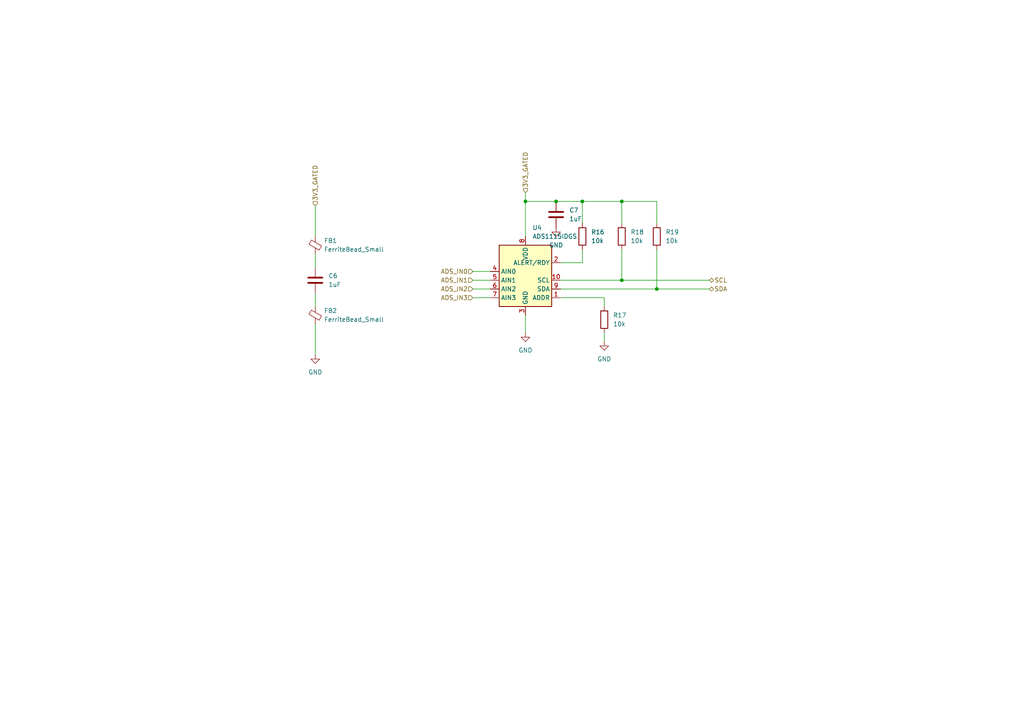
<source format=kicad_sch>
(kicad_sch (version 20211123) (generator eeschema)
  (paper "A4")
  (lib_symbols
    (symbol "Analog_ADC:ADS1115IDGS"
      (property "Reference" "U" (at 2.54 13.97 0))
      (property "Value" "ADS1115IDGS" (at 7.62 11.43 0))
      (symbol "ADS1115IDGS_0_1"
        (rectangle (start -7.62 10.16) (end 7.62 -7.62) (stroke (width 0.254)) (fill (type background)))
      )
      (symbol "ADS1115IDGS_1_1"
        (pin input line (at 10.16 -5.08 180) (length 2.54) (name "ADDR") (number "1"))
        (pin input line (at 10.16 0 180) (length 2.54) (name "SCL") (number "10"))
        (pin output line (at 10.16 5.08 180) (length 2.54) (name "ALERT/RDY") (number "2"))
        (pin power_in line (at 0 -10.16 90) (length 2.54) (name "GND") (number "3"))
        (pin input line (at -10.16 2.54 0) (length 2.54) (name "AIN0") (number "4"))
        (pin input line (at -10.16 0 0) (length 2.54) (name "AIN1") (number "5"))
        (pin input line (at -10.16 -2.54 0) (length 2.54) (name "AIN2") (number "6"))
        (pin input line (at -10.16 -5.08 0) (length 2.54) (name "AIN3") (number "7"))
        (pin power_in line (at 0 12.7 270) (length 2.54) (name "VDD") (number "8"))
        (pin bidirectional line (at 10.16 -2.54 180) (length 2.54) (name "SDA") (number "9"))
      )
    )
    (symbol "Device:C" (pin_numbers hide) (pin_names (offset 0.254))
      (property "Reference" "C" (at 0.635 2.54 0))
      (property "Value" "C" (at 0.635 -2.54 0))
      (symbol "C_0_1"
        (polyline (pts (xy -2.032 -0.762) (xy 2.032 -0.762)) (stroke (width 0.508)))
        (polyline (pts (xy -2.032 0.762) (xy 2.032 0.762)) (stroke (width 0.508)))
      )
      (symbol "C_1_1"
        (pin passive line (at 0 3.81 270) (length 2.794) (name "~") (number "1"))
        (pin passive line (at 0 -3.81 90) (length 2.794) (name "~") (number "2"))
      )
    )
    (symbol "Device:FerriteBead_Small" (pin_numbers hide) (pin_names (offset 0))
      (property "Reference" "FB" (at 1.905 1.27 0))
      (property "Value" "FerriteBead_Small" (at 1.905 -1.27 0))
      (symbol "FerriteBead_Small_0_1"
        (polyline (pts (xy 0 -1.27) (xy 0 -0.7874)))
        (polyline (pts (xy 0 0.889) (xy 0 1.2954)))
        (polyline (pts (xy -1.8288 0.2794) (xy -1.1176 1.4986) (xy 1.8288 -0.2032) (xy 1.1176 -1.4224) (xy -1.8288 0.2794)))
      )
      (symbol "FerriteBead_Small_1_1"
        (pin passive line (at 0 2.54 270) (length 1.27) (name "~") (number "1"))
        (pin passive line (at 0 -2.54 90) (length 1.27) (name "~") (number "2"))
      )
    )
    (symbol "Device:R" (pin_numbers hide) (pin_names (offset 0))
      (property "Reference" "R" (at 2.032 0 90))
      (property "Value" "R" (at 0 0 90))
      (symbol "R_0_1"
        (rectangle (start -1.016 -2.54) (end 1.016 2.54) (stroke (width 0.254)))
      )
      (symbol "R_1_1"
        (pin passive line (at 0 3.81 270) (length 1.27) (name "~") (number "1"))
        (pin passive line (at 0 -3.81 90) (length 1.27) (name "~") (number "2"))
      )
    )
    (symbol "power:GND" (power) (pin_names (offset 0))
      (property "Value" "GND" (at 0 -3.81 0))
      (symbol "GND_0_1"
        (polyline (pts (xy 0 0) (xy 0 -1.27) (xy 1.27 -1.27) (xy 0 -2.54) (xy -1.27 -1.27) (xy 0 -1.27)))
      )
      (symbol "GND_1_1"
        (pin power_in line (at 0 0 270) (length 0) hide (name "GND") (number "1"))
      )
    )
  )
  (junction (at 161.29 58.42))
  (junction (at 152.4 58.42))
  (junction (at 180.34 58.42))
  (junction (at 190.5 83.82))
  (junction (at 168.91 58.42))
  (junction (at 180.34 81.28))
  (wire (pts (xy 91.44 85.09) (xy 91.44 88.9)))
  (wire (pts (xy 168.91 58.42) (xy 168.91 64.77)))
  (wire (pts (xy 175.26 86.36) (xy 175.26 88.9)))
  (wire (pts (xy 162.56 86.36) (xy 175.26 86.36)))
  (wire (pts (xy 152.4 58.42) (xy 161.29 58.42)))
  (wire (pts (xy 137.16 78.74) (xy 142.24 78.74)))
  (wire (pts (xy 161.29 58.42) (xy 168.91 58.42)))
  (wire (pts (xy 91.44 77.47) (xy 91.44 73.66)))
  (wire (pts (xy 91.44 59.69) (xy 91.44 68.58)))
  (wire (pts (xy 162.56 81.28) (xy 180.34 81.28)))
  (wire (pts (xy 168.91 72.39) (xy 168.91 76.2)))
  (wire (pts (xy 190.5 83.82) (xy 205.74 83.82)))
  (wire (pts (xy 168.91 76.2) (xy 162.56 76.2)))
  (wire (pts (xy 137.16 86.36) (xy 142.24 86.36)))
  (wire (pts (xy 137.16 83.82) (xy 142.24 83.82)))
  (wire (pts (xy 137.16 81.28) (xy 142.24 81.28)))
  (wire (pts (xy 168.91 58.42) (xy 180.34 58.42)))
  (wire (pts (xy 162.56 83.82) (xy 190.5 83.82)))
  (wire (pts (xy 190.5 83.82) (xy 190.5 72.39)))
  (wire (pts (xy 175.26 99.06) (xy 175.26 96.52)))
  (wire (pts (xy 152.4 55.88) (xy 152.4 58.42)))
  (wire (pts (xy 180.34 81.28) (xy 205.74 81.28)))
  (wire (pts (xy 190.5 58.42) (xy 190.5 64.77)))
  (wire (pts (xy 152.4 58.42) (xy 152.4 68.58)))
  (wire (pts (xy 91.44 102.87) (xy 91.44 93.98)))
  (wire (pts (xy 152.4 96.52) (xy 152.4 91.44)))
  (wire (pts (xy 180.34 58.42) (xy 180.34 64.77)))
  (wire (pts (xy 180.34 58.42) (xy 190.5 58.42)))
  (wire (pts (xy 180.34 81.28) (xy 180.34 72.39)))
  (hierarchical_label "ADS_IN0" (shape input) (at 137.16 78.74 180))
  (hierarchical_label "ADS_IN1" (shape input) (at 137.16 81.28 180))
  (hierarchical_label "ADS_IN3" (shape input) (at 137.16 86.36 180))
  (hierarchical_label "SCL" (shape bidirectional) (at 205.74 81.28 0))
  (hierarchical_label "3V3_GATED" (shape input) (at 152.4 55.88 90))
  (hierarchical_label "ADS_IN2" (shape input) (at 137.16 83.82 180))
  (hierarchical_label "3V3_GATED" (shape input) (at 91.44 59.69 90))
  (hierarchical_label "SDA" (shape bidirectional) (at 205.74 83.82 0))
  (symbol (lib_id "power:GND") (at 152.4 96.52 0) (unit 1)
    (property "Reference" "#PWR038" (effects hide))
    (property "Value" "GND" (at 152.4 101.6 0))
  )
  (symbol (lib_id "Device:R") (at 175.26 92.71 0) (unit 1)
    (property "Reference" "R17" (at 177.8 91.4399 0) (effects (justify left)))
    (property "Value" "10k" (at 177.8 93.9799 0) (effects (justify left)))
    (property "Footprint" "Resistor_SMD:R_1206_3216Metric" (effects hide))
  )
  (symbol (lib_id "power:GND") (at 91.44 102.87 0) (unit 1)
    (property "Reference" "#PWR037" (effects hide))
    (property "Value" "GND" (at 91.44 107.95 0))
  )
  (symbol (lib_id "Analog_ADC:ADS1115IDGS") (at 152.4 81.28 0) (unit 1)
    (property "Reference" "U4" (at 154.4194 66.04 0) (effects (justify left)))
    (property "Value" "ADS1115IDGS" (at 154.4194 68.58 0) (effects (justify left)))
    (property "Footprint" "Package_SO:TSSOP-10_3x3mm_P0.5mm" (effects hide))
    (property "Datasheet" "http://www.ti.com/lit/ds/symlink/ads1113.pdf" (effects hide))
  )
  (symbol (lib_id "power:GND") (at 161.29 66.04 0) (unit 1)
    (property "Reference" "#PWR039" (effects hide))
    (property "Value" "GND" (at 161.29 71.12 0))
  )
  (symbol (lib_id "Device:R") (at 180.34 68.58 0) (unit 1)
    (property "Reference" "R18" (at 182.88 67.3099 0) (effects (justify left)))
    (property "Value" "10k" (at 182.88 69.8499 0) (effects (justify left)))
    (property "Footprint" "Resistor_SMD:R_1206_3216Metric" (effects hide))
  )
  (symbol (lib_id "Device:R") (at 168.91 68.58 0) (unit 1)
    (property "Reference" "R16" (at 171.45 67.3099 0) (effects (justify left)))
    (property "Value" "10k" (at 171.45 69.8499 0) (effects (justify left)))
    (property "Footprint" "Resistor_SMD:R_1206_3216Metric" (effects hide))
  )
  (symbol (lib_id "Device:FerriteBead_Small") (at 91.44 91.44 0) (unit 1)
    (property "Reference" "FB2" (at 93.98 90.1318 0) (effects (justify left)))
    (property "Value" "FerriteBead_Small" (at 93.98 92.6718 0) (effects (justify left)))
    (property "Footprint" "Resistor_SMD:R_1206_3216Metric" (effects hide))
  )
  (symbol (lib_id "Device:C") (at 161.29 62.23 0) (unit 1)
    (property "Reference" "C7" (at 165.1 60.9599 0) (effects (justify left)))
    (property "Value" "1uF" (at 165.1 63.4999 0) (effects (justify left)))
    (property "Footprint" "Capacitor_SMD:C_0805_2012Metric" (effects hide))
  )
  (symbol (lib_id "power:GND") (at 175.26 99.06 0) (unit 1)
    (property "Reference" "#PWR040" (effects hide))
    (property "Value" "GND" (at 175.26 104.14 0))
  )
  (symbol (lib_id "Device:C") (at 91.44 81.28 0) (unit 1)
    (property "Reference" "C6" (at 95.25 80.0099 0) (effects (justify left)))
    (property "Value" "1uF" (at 95.25 82.5499 0) (effects (justify left)))
    (property "Footprint" "Capacitor_SMD:C_0805_2012Metric" (effects hide))
  )
  (symbol (lib_id "Device:FerriteBead_Small") (at 91.44 71.12 0) (unit 1)
    (property "Reference" "FB1" (at 93.98 69.8118 0) (effects (justify left)))
    (property "Value" "FerriteBead_Small" (at 93.98 72.3518 0) (effects (justify left)))
    (property "Footprint" "Resistor_SMD:R_1206_3216Metric" (effects hide))
  )
  (symbol (lib_id "Device:R") (at 190.5 68.58 0) (unit 1)
    (property "Reference" "R19" (at 193.04 67.3099 0) (effects (justify left)))
    (property "Value" "10k" (at 193.04 69.8499 0) (effects (justify left)))
    (property "Footprint" "Resistor_SMD:R_1206_3216Metric" (effects hide))
  )
)
</source>
